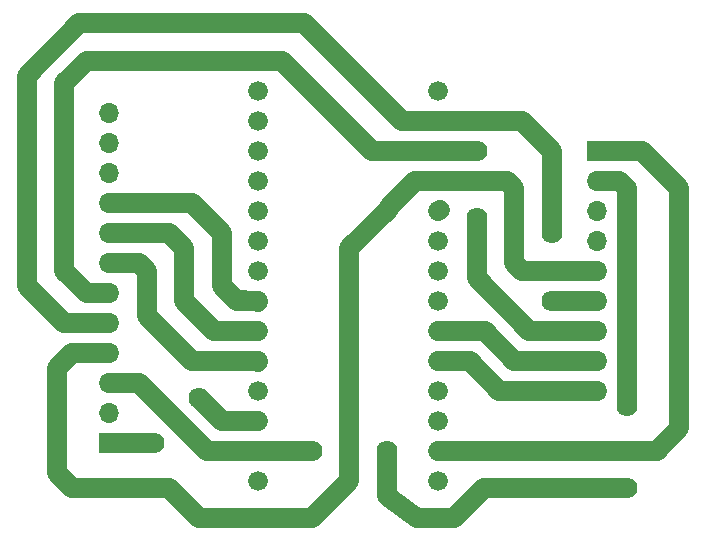
<source format=gbr>
G04 #@! TF.GenerationSoftware,KiCad,Pcbnew,5.1.5-52549c5~84~ubuntu18.04.1*
G04 #@! TF.CreationDate,2020-06-16T17:56:00-04:00*
G04 #@! TF.ProjectId,ib4,6962342e-6b69-4636-9164-5f7063625858,rev?*
G04 #@! TF.SameCoordinates,PX37b6b20PY542d128*
G04 #@! TF.FileFunction,Copper,L4,Bot*
G04 #@! TF.FilePolarity,Positive*
%FSLAX46Y46*%
G04 Gerber Fmt 4.6, Leading zero omitted, Abs format (unit mm)*
G04 Created by KiCad (PCBNEW 5.1.5-52549c5~84~ubuntu18.04.1) date 2020-06-16 17:56:00*
%MOMM*%
%LPD*%
G04 APERTURE LIST*
%ADD10R,1.700000X1.700000*%
%ADD11O,1.700000X1.700000*%
%ADD12C,1.676400*%
%ADD13C,1.780000*%
%ADD14C,1.700000*%
G04 APERTURE END LIST*
D10*
X12700000Y15240000D03*
D11*
X12700000Y17780000D03*
X12700000Y20320000D03*
X12700000Y22860000D03*
X12700000Y25400000D03*
X12700000Y27940000D03*
X12700000Y30480000D03*
X12700000Y33020000D03*
X12700000Y35560000D03*
X12700000Y38100000D03*
X12700000Y40640000D03*
X12700000Y43180000D03*
X53975000Y19685000D03*
X53975000Y22225000D03*
X53975000Y24765000D03*
X53975000Y27305000D03*
X53975000Y29845000D03*
X53975000Y32385000D03*
X53975000Y34925000D03*
X53975000Y37465000D03*
D10*
X53975000Y40005000D03*
D12*
X25323800Y45059600D03*
X25323800Y42519600D03*
X25323800Y39979600D03*
X25323800Y37439600D03*
X25323800Y34899600D03*
X25323800Y32359600D03*
X25323800Y29819600D03*
X25323800Y27279600D03*
X25323800Y24739600D03*
X25323800Y22199600D03*
X25323800Y19659600D03*
X25323800Y17119600D03*
X25323800Y14579600D03*
X25323800Y12039600D03*
X40563800Y12039600D03*
X40563800Y14579600D03*
X40563800Y17119600D03*
X40563800Y19659600D03*
X40563800Y22199600D03*
X40563800Y24739600D03*
X40563800Y27279600D03*
X40563800Y29819600D03*
X40563800Y32359600D03*
X40563800Y34899600D03*
X40563800Y37439600D03*
X40563800Y39979600D03*
X40563800Y42519600D03*
X40563800Y45059600D03*
D13*
X56515000Y18415000D03*
X29845000Y14605000D03*
X36195000Y14605000D03*
X56515000Y11430000D03*
X43815000Y40005000D03*
X43815000Y34290000D03*
X50165000Y27305000D03*
X50165000Y33020000D03*
X16510000Y15240000D03*
X20320000Y19050000D03*
D14*
X40655300Y34991100D02*
X40563800Y34899600D01*
X44475400Y24739600D02*
X40563800Y24739600D01*
X46990000Y22225000D02*
X44475400Y24739600D01*
X43205400Y22199600D02*
X40563800Y22199600D01*
X45720000Y19685000D02*
X43205400Y22199600D01*
X53975000Y37465000D02*
X55880000Y37465000D01*
X25323800Y14579600D02*
X29819600Y14579600D01*
X29819600Y14579600D02*
X29845000Y14605000D01*
X24138407Y14579600D02*
X24113007Y14605000D01*
X25323800Y14579600D02*
X24138407Y14579600D01*
X15240000Y20320000D02*
X12700000Y20320000D01*
X24138407Y14579600D02*
X20980400Y14579600D01*
X20980400Y14579600D02*
X15240000Y20320000D01*
X55880000Y37465000D02*
X56515000Y36830000D01*
X56515000Y36830000D02*
X56515000Y19685000D01*
X56515000Y19685000D02*
X56515000Y18415000D01*
X36195000Y10795000D02*
X36195000Y14605000D01*
X38735000Y8890000D02*
X36195000Y10795000D01*
X41910000Y8890000D02*
X38735000Y8890000D01*
X56515000Y11430000D02*
X44450000Y11430000D01*
X44450000Y11430000D02*
X41910000Y8890000D01*
X40563800Y39979600D02*
X43789600Y39979600D01*
X43789600Y39979600D02*
X43815000Y40005000D01*
X10795000Y27940000D02*
X12700000Y27940000D01*
X8890000Y29845000D02*
X10795000Y27940000D01*
X8890000Y45720000D02*
X8890000Y29845000D01*
X43815000Y34290000D02*
X43815000Y29210000D01*
X43815000Y29210000D02*
X48260000Y24765000D01*
X48260000Y24765000D02*
X53975000Y24765000D01*
X27305000Y47625000D02*
X10795000Y47625000D01*
X34950400Y39979600D02*
X27305000Y47625000D01*
X40563800Y39979600D02*
X34950400Y39979600D01*
X10795000Y47625000D02*
X8890000Y45720000D01*
X52137919Y27305000D02*
X50165000Y27305000D01*
X47650400Y42519600D02*
X40563800Y42519600D01*
X50165000Y33020000D02*
X50165000Y40005000D01*
X50165000Y40005000D02*
X47650400Y42519600D01*
X53975000Y27305000D02*
X52137919Y27305000D01*
X8890000Y25400000D02*
X12700000Y25400000D01*
X6350000Y27940000D02*
X8255000Y26035000D01*
X8255000Y26035000D02*
X8890000Y25400000D01*
X5715000Y28575000D02*
X8255000Y26035000D01*
X39378407Y42519600D02*
X39353007Y42545000D01*
X39353007Y42545000D02*
X37465000Y42545000D01*
X40563800Y42519600D02*
X39378407Y42519600D01*
X37465000Y42545000D02*
X29210000Y50800000D01*
X29210000Y50800000D02*
X10160000Y50800000D01*
X5715000Y46355000D02*
X5715000Y28575000D01*
X10160000Y50800000D02*
X5715000Y46355000D01*
X41749193Y37439600D02*
X40563800Y37439600D01*
X47625000Y29845000D02*
X46990000Y30480000D01*
X46990000Y36830000D02*
X46355000Y37465000D01*
X46990000Y30480000D02*
X46990000Y36830000D01*
X46355000Y37465000D02*
X41774593Y37465000D01*
X41774593Y37465000D02*
X41749193Y37439600D01*
X53975000Y29845000D02*
X47625000Y29845000D01*
X36347400Y35204400D02*
X38582600Y37439600D01*
X36347400Y35077400D02*
X36347400Y35204400D01*
X33020000Y12065000D02*
X33020000Y31750000D01*
X29845000Y8890000D02*
X33020000Y12065000D01*
X20320000Y8890000D02*
X29845000Y8890000D01*
X33020000Y31750000D02*
X36347400Y35077400D01*
X9525000Y22860000D02*
X8255000Y21590000D01*
X38582600Y37439600D02*
X40563800Y37439600D01*
X12700000Y22860000D02*
X9525000Y22860000D01*
X8255000Y21590000D02*
X8255000Y12700000D01*
X9525000Y11430000D02*
X17780000Y11430000D01*
X8255000Y12700000D02*
X9525000Y11430000D01*
X17780000Y11430000D02*
X20320000Y8890000D01*
X59029600Y14579600D02*
X40563800Y14579600D01*
X60960000Y36830000D02*
X60960000Y16510000D01*
X60960000Y16510000D02*
X59029600Y14579600D01*
X53975000Y40005000D02*
X57785000Y40005000D01*
X57785000Y40005000D02*
X60960000Y36830000D01*
X25260300Y22136100D02*
X25323800Y22199600D01*
X12700000Y30480000D02*
X15240000Y30480000D01*
X24138407Y22199600D02*
X24113007Y22225000D01*
X25323800Y22199600D02*
X24138407Y22199600D01*
X24113007Y22225000D02*
X19685000Y22225000D01*
X19685000Y22225000D02*
X15875000Y26035000D01*
X15875000Y29845000D02*
X15240000Y30480000D01*
X15875000Y26035000D02*
X15875000Y29845000D01*
X12700000Y33020000D02*
X16510000Y33020000D01*
X24138407Y24739600D02*
X24113007Y24765000D01*
X25323800Y24739600D02*
X24138407Y24739600D01*
X24113007Y24765000D02*
X21590000Y24765000D01*
X21590000Y24765000D02*
X19050000Y27305000D01*
X19050000Y27305000D02*
X19050000Y31750000D01*
X17780000Y33020000D02*
X16510000Y33020000D01*
X19050000Y31750000D02*
X17780000Y33020000D01*
X25260300Y27216100D02*
X25323800Y27279600D01*
X24113007Y27305000D02*
X24138407Y27279600D01*
X24113007Y27321993D02*
X24113007Y27305000D01*
X19685000Y35560000D02*
X22225000Y33020000D01*
X24096014Y27305000D02*
X24113007Y27321993D01*
X23495000Y27305000D02*
X24096014Y27305000D01*
X24138407Y27279600D02*
X25323800Y27279600D01*
X12700000Y35560000D02*
X19685000Y35560000D01*
X22225000Y33020000D02*
X22225000Y28575000D01*
X22225000Y28575000D02*
X23495000Y27305000D01*
X12700000Y15240000D02*
X16510000Y15240000D01*
X24138407Y17119600D02*
X24113007Y17145000D01*
X25323800Y17119600D02*
X24138407Y17119600D01*
X24113007Y17145000D02*
X22225000Y17145000D01*
X22225000Y17145000D02*
X20955000Y18415000D01*
X20955000Y18415000D02*
X20320000Y19050000D01*
X20320000Y19050000D02*
X20320000Y19050000D01*
X53975000Y19685000D02*
X45720000Y19685000D01*
X53975000Y22225000D02*
X46990000Y22225000D01*
M02*

</source>
